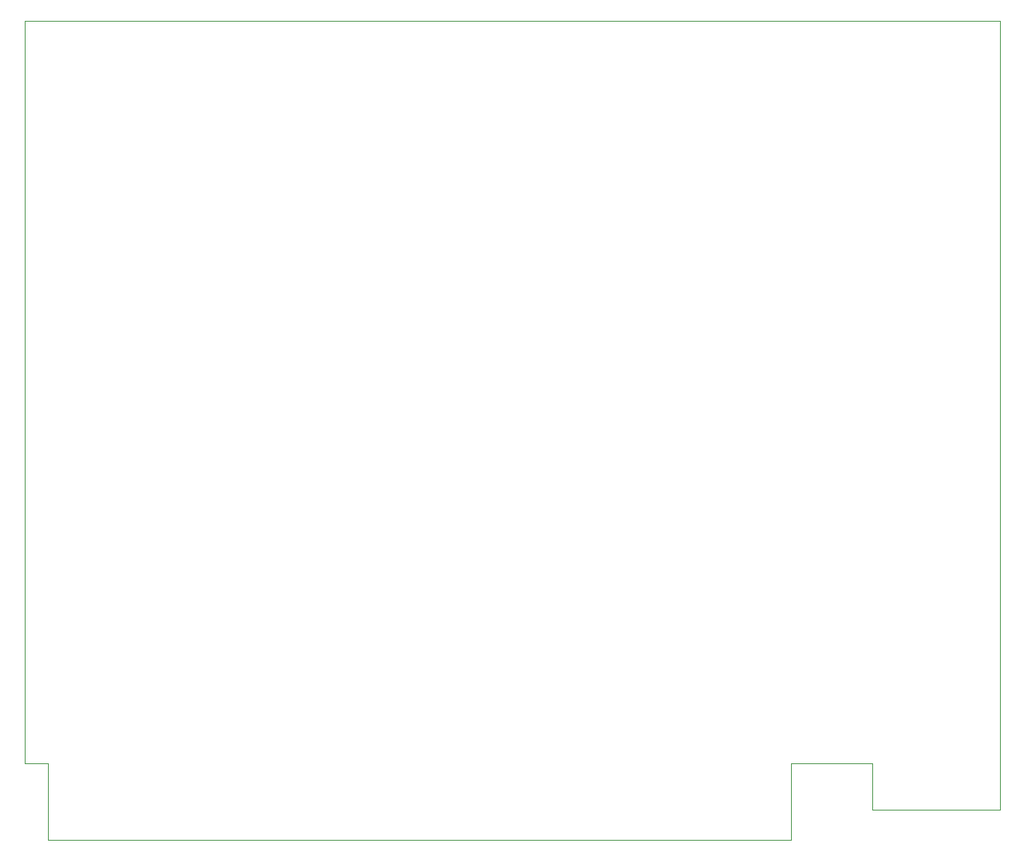
<source format=gko>
G75*
%MOIN*%
%OFA0B0*%
%FSLAX24Y24*%
%IPPOS*%
%LPD*%
%AMOC8*
5,1,8,0,0,1.08239X$1,22.5*
%
%ADD10C,0.0000*%
D10*
X001680Y000140D02*
X033680Y000140D01*
X033680Y003440D01*
X037180Y003440D01*
X037180Y001440D01*
X042680Y001440D01*
X042680Y035436D01*
X000680Y035436D01*
X000680Y003440D01*
X001680Y003440D01*
X001680Y000140D01*
M02*

</source>
